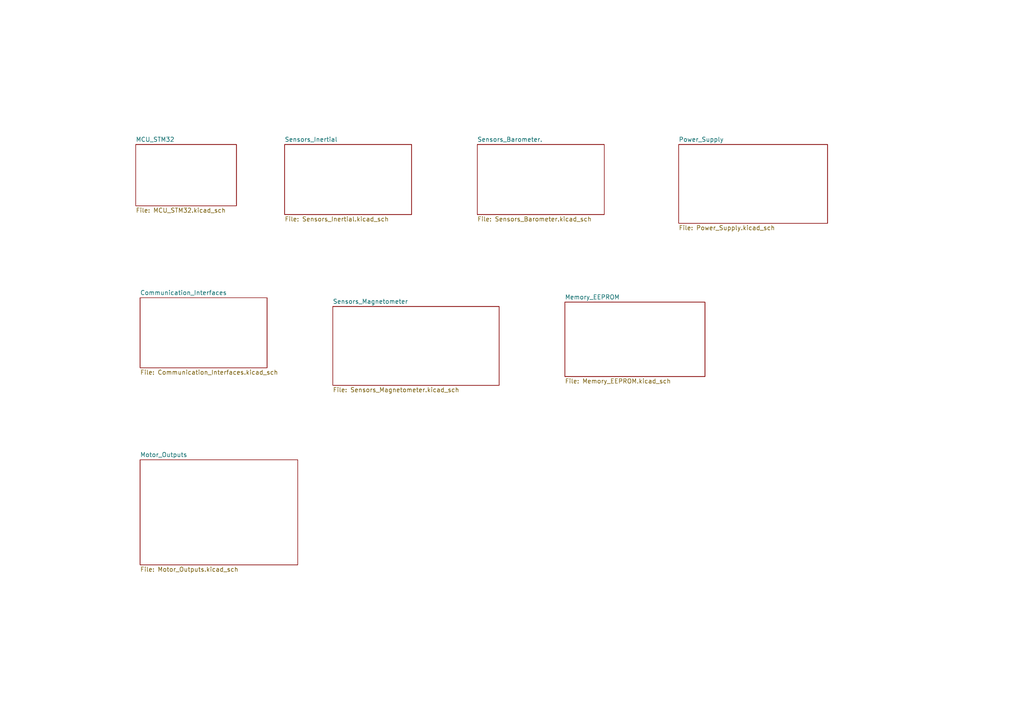
<source format=kicad_sch>
(kicad_sch
	(version 20250114)
	(generator "eeschema")
	(generator_version "9.0")
	(uuid "dd9c1fa9-da2f-46ad-9f27-7e5cc67ec3bb")
	(paper "A4")
	(lib_symbols)
	(sheet
		(at 138.43 41.91)
		(size 36.83 20.32)
		(exclude_from_sim no)
		(in_bom yes)
		(on_board yes)
		(dnp no)
		(fields_autoplaced yes)
		(stroke
			(width 0.1524)
			(type solid)
		)
		(fill
			(color 0 0 0 0.0000)
		)
		(uuid "176f970c-bc9f-4b64-89ca-69ad7a957be7")
		(property "Sheetname" "Sensors_Barometer."
			(at 138.43 41.1984 0)
			(effects
				(font
					(size 1.27 1.27)
				)
				(justify left bottom)
			)
		)
		(property "Sheetfile" "Sensors_Barometer.kicad_sch"
			(at 138.43 62.8146 0)
			(effects
				(font
					(size 1.27 1.27)
				)
				(justify left top)
			)
		)
		(instances
			(project "autopilot"
				(path "/dd9c1fa9-da2f-46ad-9f27-7e5cc67ec3bb"
					(page "4")
				)
			)
		)
	)
	(sheet
		(at 196.85 41.91)
		(size 43.18 22.86)
		(exclude_from_sim no)
		(in_bom yes)
		(on_board yes)
		(dnp no)
		(fields_autoplaced yes)
		(stroke
			(width 0.1524)
			(type solid)
		)
		(fill
			(color 0 0 0 0.0000)
		)
		(uuid "3e448be3-6aac-4dae-a467-3229d985065b")
		(property "Sheetname" "Power_Supply"
			(at 196.85 41.1984 0)
			(effects
				(font
					(size 1.27 1.27)
				)
				(justify left bottom)
			)
		)
		(property "Sheetfile" "Power_Supply.kicad_sch"
			(at 196.85 65.3546 0)
			(effects
				(font
					(size 1.27 1.27)
				)
				(justify left top)
			)
		)
		(instances
			(project "autopilot"
				(path "/dd9c1fa9-da2f-46ad-9f27-7e5cc67ec3bb"
					(page "5")
				)
			)
		)
	)
	(sheet
		(at 40.64 86.36)
		(size 36.83 20.32)
		(exclude_from_sim no)
		(in_bom yes)
		(on_board yes)
		(dnp no)
		(fields_autoplaced yes)
		(stroke
			(width 0.1524)
			(type solid)
		)
		(fill
			(color 0 0 0 0.0000)
		)
		(uuid "6aa60968-de4a-4ece-9e4e-38b6c5223e32")
		(property "Sheetname" "Communication_Interfaces"
			(at 40.64 85.6484 0)
			(effects
				(font
					(size 1.27 1.27)
				)
				(justify left bottom)
			)
		)
		(property "Sheetfile" "Communication_Interfaces.kicad_sch"
			(at 40.64 107.2646 0)
			(effects
				(font
					(size 1.27 1.27)
				)
				(justify left top)
			)
		)
		(instances
			(project "autopilot"
				(path "/dd9c1fa9-da2f-46ad-9f27-7e5cc67ec3bb"
					(page "6")
				)
			)
		)
	)
	(sheet
		(at 82.55 41.91)
		(size 36.83 20.32)
		(exclude_from_sim no)
		(in_bom yes)
		(on_board yes)
		(dnp no)
		(fields_autoplaced yes)
		(stroke
			(width 0.1524)
			(type solid)
		)
		(fill
			(color 0 0 0 0.0000)
		)
		(uuid "6cfe0fa2-f55c-4e3c-812c-a83e8dbedfc9")
		(property "Sheetname" "Sensors_Inertial"
			(at 82.55 41.1984 0)
			(effects
				(font
					(size 1.27 1.27)
				)
				(justify left bottom)
			)
		)
		(property "Sheetfile" "Sensors_Inertial.kicad_sch"
			(at 82.55 62.8146 0)
			(effects
				(font
					(size 1.27 1.27)
				)
				(justify left top)
			)
		)
		(instances
			(project "autopilot"
				(path "/dd9c1fa9-da2f-46ad-9f27-7e5cc67ec3bb"
					(page "3")
				)
			)
		)
	)
	(sheet
		(at 39.37 41.91)
		(size 29.21 17.78)
		(exclude_from_sim no)
		(in_bom yes)
		(on_board yes)
		(dnp no)
		(fields_autoplaced yes)
		(stroke
			(width 0.1524)
			(type solid)
		)
		(fill
			(color 0 0 0 0.0000)
		)
		(uuid "7fa3b944-6611-4ded-a7f5-31c8f7f714f0")
		(property "Sheetname" "MCU_STM32"
			(at 39.37 41.1984 0)
			(effects
				(font
					(size 1.27 1.27)
				)
				(justify left bottom)
			)
		)
		(property "Sheetfile" "MCU_STM32.kicad_sch"
			(at 39.37 60.2746 0)
			(effects
				(font
					(size 1.27 1.27)
				)
				(justify left top)
			)
		)
		(instances
			(project "autopilot"
				(path "/dd9c1fa9-da2f-46ad-9f27-7e5cc67ec3bb"
					(page "2")
				)
			)
		)
	)
	(sheet
		(at 163.83 87.63)
		(size 40.64 21.59)
		(exclude_from_sim no)
		(in_bom yes)
		(on_board yes)
		(dnp no)
		(fields_autoplaced yes)
		(stroke
			(width 0.1524)
			(type solid)
		)
		(fill
			(color 0 0 0 0.0000)
		)
		(uuid "b1b97f97-c573-4faf-a54f-f8cb253489f4")
		(property "Sheetname" "Memory_EEPROM"
			(at 163.83 86.9184 0)
			(effects
				(font
					(size 1.27 1.27)
				)
				(justify left bottom)
			)
		)
		(property "Sheetfile" "Memory_EEPROM.kicad_sch"
			(at 163.83 109.8046 0)
			(effects
				(font
					(size 1.27 1.27)
				)
				(justify left top)
			)
		)
		(instances
			(project "autopilot"
				(path "/dd9c1fa9-da2f-46ad-9f27-7e5cc67ec3bb"
					(page "8")
				)
			)
		)
	)
	(sheet
		(at 40.64 133.35)
		(size 45.72 30.48)
		(exclude_from_sim no)
		(in_bom yes)
		(on_board yes)
		(dnp no)
		(fields_autoplaced yes)
		(stroke
			(width 0.1524)
			(type solid)
		)
		(fill
			(color 0 0 0 0.0000)
		)
		(uuid "b84cfbbe-56fb-4808-9a2a-f24f287c30be")
		(property "Sheetname" "Motor_Outputs"
			(at 40.64 132.6384 0)
			(effects
				(font
					(size 1.27 1.27)
				)
				(justify left bottom)
			)
		)
		(property "Sheetfile" "Motor_Outputs.kicad_sch"
			(at 40.64 164.4146 0)
			(effects
				(font
					(size 1.27 1.27)
				)
				(justify left top)
			)
		)
		(instances
			(project "autopilot"
				(path "/dd9c1fa9-da2f-46ad-9f27-7e5cc67ec3bb"
					(page "9")
				)
			)
		)
	)
	(sheet
		(at 96.52 88.9)
		(size 48.26 22.86)
		(exclude_from_sim no)
		(in_bom yes)
		(on_board yes)
		(dnp no)
		(fields_autoplaced yes)
		(stroke
			(width 0.1524)
			(type solid)
		)
		(fill
			(color 0 0 0 0.0000)
		)
		(uuid "c2fdde62-212f-4fc7-ab73-ace63794e95c")
		(property "Sheetname" "Sensors_Magnetometer"
			(at 96.52 88.1884 0)
			(effects
				(font
					(size 1.27 1.27)
				)
				(justify left bottom)
			)
		)
		(property "Sheetfile" "Sensors_Magnetometer.kicad_sch"
			(at 96.52 112.3446 0)
			(effects
				(font
					(size 1.27 1.27)
				)
				(justify left top)
			)
		)
		(instances
			(project "autopilot"
				(path "/dd9c1fa9-da2f-46ad-9f27-7e5cc67ec3bb"
					(page "7")
				)
			)
		)
	)
	(sheet_instances
		(path "/"
			(page "1")
		)
	)
	(embedded_fonts no)
)

</source>
